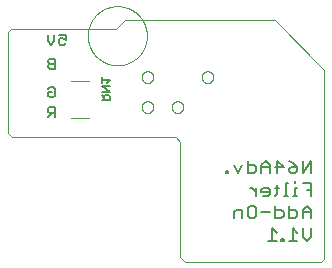
<source format=gbo>
G04 EAGLE Gerber RS-274X export*
G75*
%MOMM*%
%FSLAX34Y34*%
%LPD*%
%INseide unten*%
%IPPOS*%
%AMOC8*
5,1,8,0,0,1.08239X$1,22.5*%
G01*
%ADD10C,0.203200*%
%ADD11C,0.000000*%
%ADD12C,0.127000*%
%ADD13C,0.152400*%
%ADD14C,0.101600*%


D10*
X259334Y83566D02*
X259334Y94243D01*
X252216Y83566D01*
X252216Y94243D01*
X244081Y92464D02*
X240522Y94243D01*
X244081Y92464D02*
X247640Y88905D01*
X247640Y85346D01*
X245861Y83566D01*
X242301Y83566D01*
X240522Y85346D01*
X240522Y87125D01*
X242301Y88905D01*
X247640Y88905D01*
X230608Y94243D02*
X230608Y83566D01*
X235946Y88905D02*
X230608Y94243D01*
X228828Y88905D02*
X235946Y88905D01*
X224252Y90684D02*
X224252Y83566D01*
X224252Y90684D02*
X220693Y94243D01*
X217134Y90684D01*
X217134Y83566D01*
X217134Y88905D02*
X224252Y88905D01*
X205440Y94243D02*
X205440Y83566D01*
X210779Y83566D01*
X212558Y85346D01*
X212558Y88905D01*
X210779Y90684D01*
X205440Y90684D01*
X200864Y90684D02*
X197305Y83566D01*
X193746Y90684D01*
X189170Y85346D02*
X189170Y83566D01*
X189170Y85346D02*
X187391Y85346D01*
X187391Y83566D01*
X189170Y83566D01*
X259334Y75193D02*
X259334Y64516D01*
X259334Y75193D02*
X252216Y75193D01*
X255775Y69855D02*
X259334Y69855D01*
X247640Y71634D02*
X245861Y71634D01*
X245861Y64516D01*
X247640Y64516D02*
X244081Y64516D01*
X245861Y75193D02*
X245861Y76973D01*
X239844Y75193D02*
X238065Y75193D01*
X238065Y64516D01*
X239844Y64516D02*
X236285Y64516D01*
X230269Y66296D02*
X230269Y73414D01*
X230269Y66296D02*
X228489Y64516D01*
X228489Y71634D02*
X232048Y71634D01*
X222473Y64516D02*
X218914Y64516D01*
X222473Y64516D02*
X224252Y66296D01*
X224252Y69855D01*
X222473Y71634D01*
X218914Y71634D01*
X217134Y69855D01*
X217134Y68075D01*
X224252Y68075D01*
X212558Y64516D02*
X212558Y71634D01*
X212558Y68075D02*
X208999Y71634D01*
X207220Y71634D01*
X259334Y52584D02*
X259334Y45466D01*
X259334Y52584D02*
X255775Y56143D01*
X252216Y52584D01*
X252216Y45466D01*
X252216Y50805D02*
X259334Y50805D01*
X240522Y56143D02*
X240522Y45466D01*
X245861Y45466D01*
X247640Y47246D01*
X247640Y50805D01*
X245861Y52584D01*
X240522Y52584D01*
X228828Y56143D02*
X228828Y45466D01*
X234167Y45466D01*
X235946Y47246D01*
X235946Y50805D01*
X234167Y52584D01*
X228828Y52584D01*
X224252Y50805D02*
X217134Y50805D01*
X210779Y56143D02*
X207220Y56143D01*
X210779Y56143D02*
X212558Y54364D01*
X212558Y47246D01*
X210779Y45466D01*
X207220Y45466D01*
X205440Y47246D01*
X205440Y54364D01*
X207220Y56143D01*
X200864Y52584D02*
X200864Y45466D01*
X200864Y52584D02*
X195526Y52584D01*
X193746Y50805D01*
X193746Y45466D01*
X259334Y37093D02*
X259334Y29975D01*
X255775Y26416D01*
X252216Y29975D01*
X252216Y37093D01*
X247640Y33534D02*
X244081Y37093D01*
X244081Y26416D01*
X247640Y26416D02*
X240522Y26416D01*
X235946Y26416D02*
X235946Y28196D01*
X234167Y28196D01*
X234167Y26416D01*
X235946Y26416D01*
X230099Y33534D02*
X226540Y37093D01*
X226540Y26416D01*
X230099Y26416D02*
X222981Y26416D01*
D11*
X70200Y200100D02*
X70208Y200714D01*
X70230Y201327D01*
X70268Y201939D01*
X70320Y202550D01*
X70388Y203160D01*
X70471Y203768D01*
X70568Y204374D01*
X70680Y204977D01*
X70807Y205578D01*
X70949Y206175D01*
X71106Y206768D01*
X71276Y207357D01*
X71462Y207942D01*
X71661Y208522D01*
X71875Y209097D01*
X72103Y209667D01*
X72345Y210231D01*
X72600Y210789D01*
X72869Y211340D01*
X73152Y211885D01*
X73448Y212422D01*
X73757Y212953D01*
X74079Y213475D01*
X74413Y213989D01*
X74760Y214495D01*
X75120Y214992D01*
X75491Y215481D01*
X75875Y215960D01*
X76270Y216429D01*
X76676Y216889D01*
X77094Y217339D01*
X77522Y217778D01*
X77961Y218206D01*
X78411Y218624D01*
X78871Y219030D01*
X79340Y219425D01*
X79819Y219809D01*
X80308Y220180D01*
X80805Y220540D01*
X81311Y220887D01*
X81825Y221221D01*
X82347Y221543D01*
X82878Y221852D01*
X83415Y222148D01*
X83960Y222431D01*
X84511Y222700D01*
X85069Y222955D01*
X85633Y223197D01*
X86203Y223425D01*
X86778Y223639D01*
X87358Y223838D01*
X87943Y224024D01*
X88532Y224194D01*
X89125Y224351D01*
X89722Y224493D01*
X90323Y224620D01*
X90926Y224732D01*
X91532Y224829D01*
X92140Y224912D01*
X92750Y224980D01*
X93361Y225032D01*
X93973Y225070D01*
X94586Y225092D01*
X95200Y225100D01*
X95814Y225092D01*
X96427Y225070D01*
X97039Y225032D01*
X97650Y224980D01*
X98260Y224912D01*
X98868Y224829D01*
X99474Y224732D01*
X100077Y224620D01*
X100678Y224493D01*
X101275Y224351D01*
X101868Y224194D01*
X102457Y224024D01*
X103042Y223838D01*
X103622Y223639D01*
X104197Y223425D01*
X104767Y223197D01*
X105331Y222955D01*
X105889Y222700D01*
X106440Y222431D01*
X106985Y222148D01*
X107522Y221852D01*
X108053Y221543D01*
X108575Y221221D01*
X109089Y220887D01*
X109595Y220540D01*
X110092Y220180D01*
X110581Y219809D01*
X111060Y219425D01*
X111529Y219030D01*
X111989Y218624D01*
X112439Y218206D01*
X112878Y217778D01*
X113306Y217339D01*
X113724Y216889D01*
X114130Y216429D01*
X114525Y215960D01*
X114909Y215481D01*
X115280Y214992D01*
X115640Y214495D01*
X115987Y213989D01*
X116321Y213475D01*
X116643Y212953D01*
X116952Y212422D01*
X117248Y211885D01*
X117531Y211340D01*
X117800Y210789D01*
X118055Y210231D01*
X118297Y209667D01*
X118525Y209097D01*
X118739Y208522D01*
X118938Y207942D01*
X119124Y207357D01*
X119294Y206768D01*
X119451Y206175D01*
X119593Y205578D01*
X119720Y204977D01*
X119832Y204374D01*
X119929Y203768D01*
X120012Y203160D01*
X120080Y202550D01*
X120132Y201939D01*
X120170Y201327D01*
X120192Y200714D01*
X120200Y200100D01*
X120192Y199486D01*
X120170Y198873D01*
X120132Y198261D01*
X120080Y197650D01*
X120012Y197040D01*
X119929Y196432D01*
X119832Y195826D01*
X119720Y195223D01*
X119593Y194622D01*
X119451Y194025D01*
X119294Y193432D01*
X119124Y192843D01*
X118938Y192258D01*
X118739Y191678D01*
X118525Y191103D01*
X118297Y190533D01*
X118055Y189969D01*
X117800Y189411D01*
X117531Y188860D01*
X117248Y188315D01*
X116952Y187778D01*
X116643Y187247D01*
X116321Y186725D01*
X115987Y186211D01*
X115640Y185705D01*
X115280Y185208D01*
X114909Y184719D01*
X114525Y184240D01*
X114130Y183771D01*
X113724Y183311D01*
X113306Y182861D01*
X112878Y182422D01*
X112439Y181994D01*
X111989Y181576D01*
X111529Y181170D01*
X111060Y180775D01*
X110581Y180391D01*
X110092Y180020D01*
X109595Y179660D01*
X109089Y179313D01*
X108575Y178979D01*
X108053Y178657D01*
X107522Y178348D01*
X106985Y178052D01*
X106440Y177769D01*
X105889Y177500D01*
X105331Y177245D01*
X104767Y177003D01*
X104197Y176775D01*
X103622Y176561D01*
X103042Y176362D01*
X102457Y176176D01*
X101868Y176006D01*
X101275Y175849D01*
X100678Y175707D01*
X100077Y175580D01*
X99474Y175468D01*
X98868Y175371D01*
X98260Y175288D01*
X97650Y175220D01*
X97039Y175168D01*
X96427Y175130D01*
X95814Y175108D01*
X95200Y175100D01*
X94586Y175108D01*
X93973Y175130D01*
X93361Y175168D01*
X92750Y175220D01*
X92140Y175288D01*
X91532Y175371D01*
X90926Y175468D01*
X90323Y175580D01*
X89722Y175707D01*
X89125Y175849D01*
X88532Y176006D01*
X87943Y176176D01*
X87358Y176362D01*
X86778Y176561D01*
X86203Y176775D01*
X85633Y177003D01*
X85069Y177245D01*
X84511Y177500D01*
X83960Y177769D01*
X83415Y178052D01*
X82878Y178348D01*
X82347Y178657D01*
X81825Y178979D01*
X81311Y179313D01*
X80805Y179660D01*
X80308Y180020D01*
X79819Y180391D01*
X79340Y180775D01*
X78871Y181170D01*
X78411Y181576D01*
X77961Y181994D01*
X77522Y182422D01*
X77094Y182861D01*
X76676Y183311D01*
X76270Y183771D01*
X75875Y184240D01*
X75491Y184719D01*
X75120Y185208D01*
X74760Y185705D01*
X74413Y186211D01*
X74079Y186725D01*
X73757Y187247D01*
X73448Y187778D01*
X73152Y188315D01*
X72869Y188860D01*
X72600Y189411D01*
X72345Y189969D01*
X72103Y190533D01*
X71875Y191103D01*
X71661Y191678D01*
X71462Y192258D01*
X71276Y192843D01*
X71106Y193432D01*
X70949Y194025D01*
X70807Y194622D01*
X70680Y195223D01*
X70568Y195826D01*
X70471Y196432D01*
X70388Y197040D01*
X70320Y197650D01*
X70268Y198261D01*
X70230Y198873D01*
X70208Y199486D01*
X70200Y200100D01*
X144780Y114300D02*
X148590Y110490D01*
X148590Y12700D01*
X152400Y8890D01*
X267970Y8890D01*
X270510Y11430D01*
X270510Y171450D01*
X228600Y213360D01*
X5080Y205740D02*
X2540Y203200D01*
X2540Y118110D01*
X6350Y114300D01*
X144780Y114300D01*
D12*
X88779Y145415D02*
X81915Y145415D01*
X88779Y145415D02*
X88779Y148847D01*
X87635Y149991D01*
X85347Y149991D01*
X84203Y148847D01*
X84203Y145415D01*
X84203Y147703D02*
X81915Y149991D01*
X81915Y152899D02*
X88779Y152899D01*
X81915Y157475D01*
X88779Y157475D01*
X86491Y160383D02*
X88779Y162671D01*
X81915Y162671D01*
X81915Y160383D02*
X81915Y164959D01*
D13*
X42418Y140215D02*
X42418Y131572D01*
X42418Y140215D02*
X38096Y140215D01*
X36656Y138775D01*
X36656Y135894D01*
X38096Y134453D01*
X42418Y134453D01*
X39537Y134453D02*
X36656Y131572D01*
X36656Y155285D02*
X38096Y156725D01*
X40977Y156725D01*
X42418Y155285D01*
X42418Y149523D01*
X40977Y148082D01*
X38096Y148082D01*
X36656Y149523D01*
X36656Y152404D01*
X39537Y152404D01*
X42418Y172212D02*
X42418Y180855D01*
X38096Y180855D01*
X36656Y179415D01*
X36656Y177974D01*
X38096Y176534D01*
X36656Y175093D01*
X36656Y173653D01*
X38096Y172212D01*
X42418Y172212D01*
X42418Y176534D02*
X38096Y176534D01*
D11*
X101600Y213360D02*
X228600Y213360D01*
X101600Y213360D02*
X93980Y205740D01*
X5080Y205740D01*
D13*
X45546Y201175D02*
X51308Y201175D01*
X51308Y196854D01*
X48427Y198294D01*
X46986Y198294D01*
X45546Y196854D01*
X45546Y193973D01*
X46986Y192532D01*
X49867Y192532D01*
X51308Y193973D01*
X41953Y195413D02*
X41953Y201175D01*
X41953Y195413D02*
X39072Y192532D01*
X36191Y195413D01*
X36191Y201175D01*
D14*
X56000Y161550D02*
X71000Y161550D01*
X71000Y130550D02*
X56000Y130550D01*
D11*
X141050Y139700D02*
X141052Y139841D01*
X141058Y139982D01*
X141068Y140122D01*
X141082Y140262D01*
X141100Y140402D01*
X141121Y140541D01*
X141147Y140680D01*
X141176Y140818D01*
X141210Y140954D01*
X141247Y141090D01*
X141288Y141225D01*
X141333Y141359D01*
X141382Y141491D01*
X141434Y141622D01*
X141490Y141751D01*
X141550Y141878D01*
X141613Y142004D01*
X141679Y142128D01*
X141750Y142251D01*
X141823Y142371D01*
X141900Y142489D01*
X141980Y142605D01*
X142064Y142718D01*
X142150Y142829D01*
X142240Y142938D01*
X142333Y143044D01*
X142428Y143147D01*
X142527Y143248D01*
X142628Y143346D01*
X142732Y143441D01*
X142839Y143533D01*
X142948Y143622D01*
X143060Y143707D01*
X143174Y143790D01*
X143290Y143870D01*
X143409Y143946D01*
X143530Y144018D01*
X143652Y144088D01*
X143777Y144153D01*
X143903Y144216D01*
X144031Y144274D01*
X144161Y144329D01*
X144292Y144381D01*
X144425Y144428D01*
X144559Y144472D01*
X144694Y144513D01*
X144830Y144549D01*
X144967Y144581D01*
X145105Y144610D01*
X145243Y144635D01*
X145383Y144655D01*
X145523Y144672D01*
X145663Y144685D01*
X145804Y144694D01*
X145944Y144699D01*
X146085Y144700D01*
X146226Y144697D01*
X146367Y144690D01*
X146507Y144679D01*
X146647Y144664D01*
X146787Y144645D01*
X146926Y144623D01*
X147064Y144596D01*
X147202Y144566D01*
X147338Y144531D01*
X147474Y144493D01*
X147608Y144451D01*
X147742Y144405D01*
X147874Y144356D01*
X148004Y144302D01*
X148133Y144245D01*
X148260Y144185D01*
X148386Y144121D01*
X148509Y144053D01*
X148631Y143982D01*
X148751Y143908D01*
X148868Y143830D01*
X148983Y143749D01*
X149096Y143665D01*
X149207Y143578D01*
X149315Y143487D01*
X149420Y143394D01*
X149523Y143297D01*
X149623Y143198D01*
X149720Y143096D01*
X149814Y142991D01*
X149905Y142884D01*
X149993Y142774D01*
X150078Y142662D01*
X150160Y142547D01*
X150239Y142430D01*
X150314Y142311D01*
X150386Y142190D01*
X150454Y142067D01*
X150519Y141942D01*
X150581Y141815D01*
X150638Y141686D01*
X150693Y141556D01*
X150743Y141425D01*
X150790Y141292D01*
X150833Y141158D01*
X150872Y141022D01*
X150907Y140886D01*
X150939Y140749D01*
X150966Y140611D01*
X150990Y140472D01*
X151010Y140332D01*
X151026Y140192D01*
X151038Y140052D01*
X151046Y139911D01*
X151050Y139770D01*
X151050Y139630D01*
X151046Y139489D01*
X151038Y139348D01*
X151026Y139208D01*
X151010Y139068D01*
X150990Y138928D01*
X150966Y138789D01*
X150939Y138651D01*
X150907Y138514D01*
X150872Y138378D01*
X150833Y138242D01*
X150790Y138108D01*
X150743Y137975D01*
X150693Y137844D01*
X150638Y137714D01*
X150581Y137585D01*
X150519Y137458D01*
X150454Y137333D01*
X150386Y137210D01*
X150314Y137089D01*
X150239Y136970D01*
X150160Y136853D01*
X150078Y136738D01*
X149993Y136626D01*
X149905Y136516D01*
X149814Y136409D01*
X149720Y136304D01*
X149623Y136202D01*
X149523Y136103D01*
X149420Y136006D01*
X149315Y135913D01*
X149207Y135822D01*
X149096Y135735D01*
X148983Y135651D01*
X148868Y135570D01*
X148751Y135492D01*
X148631Y135418D01*
X148509Y135347D01*
X148386Y135279D01*
X148260Y135215D01*
X148133Y135155D01*
X148004Y135098D01*
X147874Y135044D01*
X147742Y134995D01*
X147608Y134949D01*
X147474Y134907D01*
X147338Y134869D01*
X147202Y134834D01*
X147064Y134804D01*
X146926Y134777D01*
X146787Y134755D01*
X146647Y134736D01*
X146507Y134721D01*
X146367Y134710D01*
X146226Y134703D01*
X146085Y134700D01*
X145944Y134701D01*
X145804Y134706D01*
X145663Y134715D01*
X145523Y134728D01*
X145383Y134745D01*
X145243Y134765D01*
X145105Y134790D01*
X144967Y134819D01*
X144830Y134851D01*
X144694Y134887D01*
X144559Y134928D01*
X144425Y134972D01*
X144292Y135019D01*
X144161Y135071D01*
X144031Y135126D01*
X143903Y135184D01*
X143777Y135247D01*
X143652Y135312D01*
X143530Y135382D01*
X143409Y135454D01*
X143290Y135530D01*
X143174Y135610D01*
X143060Y135693D01*
X142948Y135778D01*
X142839Y135867D01*
X142732Y135959D01*
X142628Y136054D01*
X142527Y136152D01*
X142428Y136253D01*
X142333Y136356D01*
X142240Y136462D01*
X142150Y136571D01*
X142064Y136682D01*
X141980Y136795D01*
X141900Y136911D01*
X141823Y137029D01*
X141750Y137149D01*
X141679Y137272D01*
X141613Y137396D01*
X141550Y137522D01*
X141490Y137649D01*
X141434Y137778D01*
X141382Y137909D01*
X141333Y138041D01*
X141288Y138175D01*
X141247Y138310D01*
X141210Y138446D01*
X141176Y138582D01*
X141147Y138720D01*
X141121Y138859D01*
X141100Y138998D01*
X141082Y139138D01*
X141068Y139278D01*
X141058Y139418D01*
X141052Y139559D01*
X141050Y139700D01*
X115650Y139700D02*
X115652Y139841D01*
X115658Y139982D01*
X115668Y140122D01*
X115682Y140262D01*
X115700Y140402D01*
X115721Y140541D01*
X115747Y140680D01*
X115776Y140818D01*
X115810Y140954D01*
X115847Y141090D01*
X115888Y141225D01*
X115933Y141359D01*
X115982Y141491D01*
X116034Y141622D01*
X116090Y141751D01*
X116150Y141878D01*
X116213Y142004D01*
X116279Y142128D01*
X116350Y142251D01*
X116423Y142371D01*
X116500Y142489D01*
X116580Y142605D01*
X116664Y142718D01*
X116750Y142829D01*
X116840Y142938D01*
X116933Y143044D01*
X117028Y143147D01*
X117127Y143248D01*
X117228Y143346D01*
X117332Y143441D01*
X117439Y143533D01*
X117548Y143622D01*
X117660Y143707D01*
X117774Y143790D01*
X117890Y143870D01*
X118009Y143946D01*
X118130Y144018D01*
X118252Y144088D01*
X118377Y144153D01*
X118503Y144216D01*
X118631Y144274D01*
X118761Y144329D01*
X118892Y144381D01*
X119025Y144428D01*
X119159Y144472D01*
X119294Y144513D01*
X119430Y144549D01*
X119567Y144581D01*
X119705Y144610D01*
X119843Y144635D01*
X119983Y144655D01*
X120123Y144672D01*
X120263Y144685D01*
X120404Y144694D01*
X120544Y144699D01*
X120685Y144700D01*
X120826Y144697D01*
X120967Y144690D01*
X121107Y144679D01*
X121247Y144664D01*
X121387Y144645D01*
X121526Y144623D01*
X121664Y144596D01*
X121802Y144566D01*
X121938Y144531D01*
X122074Y144493D01*
X122208Y144451D01*
X122342Y144405D01*
X122474Y144356D01*
X122604Y144302D01*
X122733Y144245D01*
X122860Y144185D01*
X122986Y144121D01*
X123109Y144053D01*
X123231Y143982D01*
X123351Y143908D01*
X123468Y143830D01*
X123583Y143749D01*
X123696Y143665D01*
X123807Y143578D01*
X123915Y143487D01*
X124020Y143394D01*
X124123Y143297D01*
X124223Y143198D01*
X124320Y143096D01*
X124414Y142991D01*
X124505Y142884D01*
X124593Y142774D01*
X124678Y142662D01*
X124760Y142547D01*
X124839Y142430D01*
X124914Y142311D01*
X124986Y142190D01*
X125054Y142067D01*
X125119Y141942D01*
X125181Y141815D01*
X125238Y141686D01*
X125293Y141556D01*
X125343Y141425D01*
X125390Y141292D01*
X125433Y141158D01*
X125472Y141022D01*
X125507Y140886D01*
X125539Y140749D01*
X125566Y140611D01*
X125590Y140472D01*
X125610Y140332D01*
X125626Y140192D01*
X125638Y140052D01*
X125646Y139911D01*
X125650Y139770D01*
X125650Y139630D01*
X125646Y139489D01*
X125638Y139348D01*
X125626Y139208D01*
X125610Y139068D01*
X125590Y138928D01*
X125566Y138789D01*
X125539Y138651D01*
X125507Y138514D01*
X125472Y138378D01*
X125433Y138242D01*
X125390Y138108D01*
X125343Y137975D01*
X125293Y137844D01*
X125238Y137714D01*
X125181Y137585D01*
X125119Y137458D01*
X125054Y137333D01*
X124986Y137210D01*
X124914Y137089D01*
X124839Y136970D01*
X124760Y136853D01*
X124678Y136738D01*
X124593Y136626D01*
X124505Y136516D01*
X124414Y136409D01*
X124320Y136304D01*
X124223Y136202D01*
X124123Y136103D01*
X124020Y136006D01*
X123915Y135913D01*
X123807Y135822D01*
X123696Y135735D01*
X123583Y135651D01*
X123468Y135570D01*
X123351Y135492D01*
X123231Y135418D01*
X123109Y135347D01*
X122986Y135279D01*
X122860Y135215D01*
X122733Y135155D01*
X122604Y135098D01*
X122474Y135044D01*
X122342Y134995D01*
X122208Y134949D01*
X122074Y134907D01*
X121938Y134869D01*
X121802Y134834D01*
X121664Y134804D01*
X121526Y134777D01*
X121387Y134755D01*
X121247Y134736D01*
X121107Y134721D01*
X120967Y134710D01*
X120826Y134703D01*
X120685Y134700D01*
X120544Y134701D01*
X120404Y134706D01*
X120263Y134715D01*
X120123Y134728D01*
X119983Y134745D01*
X119843Y134765D01*
X119705Y134790D01*
X119567Y134819D01*
X119430Y134851D01*
X119294Y134887D01*
X119159Y134928D01*
X119025Y134972D01*
X118892Y135019D01*
X118761Y135071D01*
X118631Y135126D01*
X118503Y135184D01*
X118377Y135247D01*
X118252Y135312D01*
X118130Y135382D01*
X118009Y135454D01*
X117890Y135530D01*
X117774Y135610D01*
X117660Y135693D01*
X117548Y135778D01*
X117439Y135867D01*
X117332Y135959D01*
X117228Y136054D01*
X117127Y136152D01*
X117028Y136253D01*
X116933Y136356D01*
X116840Y136462D01*
X116750Y136571D01*
X116664Y136682D01*
X116580Y136795D01*
X116500Y136911D01*
X116423Y137029D01*
X116350Y137149D01*
X116279Y137272D01*
X116213Y137396D01*
X116150Y137522D01*
X116090Y137649D01*
X116034Y137778D01*
X115982Y137909D01*
X115933Y138041D01*
X115888Y138175D01*
X115847Y138310D01*
X115810Y138446D01*
X115776Y138582D01*
X115747Y138720D01*
X115721Y138859D01*
X115700Y138998D01*
X115682Y139138D01*
X115668Y139278D01*
X115658Y139418D01*
X115652Y139559D01*
X115650Y139700D01*
X115650Y165100D02*
X115652Y165241D01*
X115658Y165382D01*
X115668Y165522D01*
X115682Y165662D01*
X115700Y165802D01*
X115721Y165941D01*
X115747Y166080D01*
X115776Y166218D01*
X115810Y166354D01*
X115847Y166490D01*
X115888Y166625D01*
X115933Y166759D01*
X115982Y166891D01*
X116034Y167022D01*
X116090Y167151D01*
X116150Y167278D01*
X116213Y167404D01*
X116279Y167528D01*
X116350Y167651D01*
X116423Y167771D01*
X116500Y167889D01*
X116580Y168005D01*
X116664Y168118D01*
X116750Y168229D01*
X116840Y168338D01*
X116933Y168444D01*
X117028Y168547D01*
X117127Y168648D01*
X117228Y168746D01*
X117332Y168841D01*
X117439Y168933D01*
X117548Y169022D01*
X117660Y169107D01*
X117774Y169190D01*
X117890Y169270D01*
X118009Y169346D01*
X118130Y169418D01*
X118252Y169488D01*
X118377Y169553D01*
X118503Y169616D01*
X118631Y169674D01*
X118761Y169729D01*
X118892Y169781D01*
X119025Y169828D01*
X119159Y169872D01*
X119294Y169913D01*
X119430Y169949D01*
X119567Y169981D01*
X119705Y170010D01*
X119843Y170035D01*
X119983Y170055D01*
X120123Y170072D01*
X120263Y170085D01*
X120404Y170094D01*
X120544Y170099D01*
X120685Y170100D01*
X120826Y170097D01*
X120967Y170090D01*
X121107Y170079D01*
X121247Y170064D01*
X121387Y170045D01*
X121526Y170023D01*
X121664Y169996D01*
X121802Y169966D01*
X121938Y169931D01*
X122074Y169893D01*
X122208Y169851D01*
X122342Y169805D01*
X122474Y169756D01*
X122604Y169702D01*
X122733Y169645D01*
X122860Y169585D01*
X122986Y169521D01*
X123109Y169453D01*
X123231Y169382D01*
X123351Y169308D01*
X123468Y169230D01*
X123583Y169149D01*
X123696Y169065D01*
X123807Y168978D01*
X123915Y168887D01*
X124020Y168794D01*
X124123Y168697D01*
X124223Y168598D01*
X124320Y168496D01*
X124414Y168391D01*
X124505Y168284D01*
X124593Y168174D01*
X124678Y168062D01*
X124760Y167947D01*
X124839Y167830D01*
X124914Y167711D01*
X124986Y167590D01*
X125054Y167467D01*
X125119Y167342D01*
X125181Y167215D01*
X125238Y167086D01*
X125293Y166956D01*
X125343Y166825D01*
X125390Y166692D01*
X125433Y166558D01*
X125472Y166422D01*
X125507Y166286D01*
X125539Y166149D01*
X125566Y166011D01*
X125590Y165872D01*
X125610Y165732D01*
X125626Y165592D01*
X125638Y165452D01*
X125646Y165311D01*
X125650Y165170D01*
X125650Y165030D01*
X125646Y164889D01*
X125638Y164748D01*
X125626Y164608D01*
X125610Y164468D01*
X125590Y164328D01*
X125566Y164189D01*
X125539Y164051D01*
X125507Y163914D01*
X125472Y163778D01*
X125433Y163642D01*
X125390Y163508D01*
X125343Y163375D01*
X125293Y163244D01*
X125238Y163114D01*
X125181Y162985D01*
X125119Y162858D01*
X125054Y162733D01*
X124986Y162610D01*
X124914Y162489D01*
X124839Y162370D01*
X124760Y162253D01*
X124678Y162138D01*
X124593Y162026D01*
X124505Y161916D01*
X124414Y161809D01*
X124320Y161704D01*
X124223Y161602D01*
X124123Y161503D01*
X124020Y161406D01*
X123915Y161313D01*
X123807Y161222D01*
X123696Y161135D01*
X123583Y161051D01*
X123468Y160970D01*
X123351Y160892D01*
X123231Y160818D01*
X123109Y160747D01*
X122986Y160679D01*
X122860Y160615D01*
X122733Y160555D01*
X122604Y160498D01*
X122474Y160444D01*
X122342Y160395D01*
X122208Y160349D01*
X122074Y160307D01*
X121938Y160269D01*
X121802Y160234D01*
X121664Y160204D01*
X121526Y160177D01*
X121387Y160155D01*
X121247Y160136D01*
X121107Y160121D01*
X120967Y160110D01*
X120826Y160103D01*
X120685Y160100D01*
X120544Y160101D01*
X120404Y160106D01*
X120263Y160115D01*
X120123Y160128D01*
X119983Y160145D01*
X119843Y160165D01*
X119705Y160190D01*
X119567Y160219D01*
X119430Y160251D01*
X119294Y160287D01*
X119159Y160328D01*
X119025Y160372D01*
X118892Y160419D01*
X118761Y160471D01*
X118631Y160526D01*
X118503Y160584D01*
X118377Y160647D01*
X118252Y160712D01*
X118130Y160782D01*
X118009Y160854D01*
X117890Y160930D01*
X117774Y161010D01*
X117660Y161093D01*
X117548Y161178D01*
X117439Y161267D01*
X117332Y161359D01*
X117228Y161454D01*
X117127Y161552D01*
X117028Y161653D01*
X116933Y161756D01*
X116840Y161862D01*
X116750Y161971D01*
X116664Y162082D01*
X116580Y162195D01*
X116500Y162311D01*
X116423Y162429D01*
X116350Y162549D01*
X116279Y162672D01*
X116213Y162796D01*
X116150Y162922D01*
X116090Y163049D01*
X116034Y163178D01*
X115982Y163309D01*
X115933Y163441D01*
X115888Y163575D01*
X115847Y163710D01*
X115810Y163846D01*
X115776Y163982D01*
X115747Y164120D01*
X115721Y164259D01*
X115700Y164398D01*
X115682Y164538D01*
X115668Y164678D01*
X115658Y164818D01*
X115652Y164959D01*
X115650Y165100D01*
X166450Y165100D02*
X166452Y165241D01*
X166458Y165382D01*
X166468Y165522D01*
X166482Y165662D01*
X166500Y165802D01*
X166521Y165941D01*
X166547Y166080D01*
X166576Y166218D01*
X166610Y166354D01*
X166647Y166490D01*
X166688Y166625D01*
X166733Y166759D01*
X166782Y166891D01*
X166834Y167022D01*
X166890Y167151D01*
X166950Y167278D01*
X167013Y167404D01*
X167079Y167528D01*
X167150Y167651D01*
X167223Y167771D01*
X167300Y167889D01*
X167380Y168005D01*
X167464Y168118D01*
X167550Y168229D01*
X167640Y168338D01*
X167733Y168444D01*
X167828Y168547D01*
X167927Y168648D01*
X168028Y168746D01*
X168132Y168841D01*
X168239Y168933D01*
X168348Y169022D01*
X168460Y169107D01*
X168574Y169190D01*
X168690Y169270D01*
X168809Y169346D01*
X168930Y169418D01*
X169052Y169488D01*
X169177Y169553D01*
X169303Y169616D01*
X169431Y169674D01*
X169561Y169729D01*
X169692Y169781D01*
X169825Y169828D01*
X169959Y169872D01*
X170094Y169913D01*
X170230Y169949D01*
X170367Y169981D01*
X170505Y170010D01*
X170643Y170035D01*
X170783Y170055D01*
X170923Y170072D01*
X171063Y170085D01*
X171204Y170094D01*
X171344Y170099D01*
X171485Y170100D01*
X171626Y170097D01*
X171767Y170090D01*
X171907Y170079D01*
X172047Y170064D01*
X172187Y170045D01*
X172326Y170023D01*
X172464Y169996D01*
X172602Y169966D01*
X172738Y169931D01*
X172874Y169893D01*
X173008Y169851D01*
X173142Y169805D01*
X173274Y169756D01*
X173404Y169702D01*
X173533Y169645D01*
X173660Y169585D01*
X173786Y169521D01*
X173909Y169453D01*
X174031Y169382D01*
X174151Y169308D01*
X174268Y169230D01*
X174383Y169149D01*
X174496Y169065D01*
X174607Y168978D01*
X174715Y168887D01*
X174820Y168794D01*
X174923Y168697D01*
X175023Y168598D01*
X175120Y168496D01*
X175214Y168391D01*
X175305Y168284D01*
X175393Y168174D01*
X175478Y168062D01*
X175560Y167947D01*
X175639Y167830D01*
X175714Y167711D01*
X175786Y167590D01*
X175854Y167467D01*
X175919Y167342D01*
X175981Y167215D01*
X176038Y167086D01*
X176093Y166956D01*
X176143Y166825D01*
X176190Y166692D01*
X176233Y166558D01*
X176272Y166422D01*
X176307Y166286D01*
X176339Y166149D01*
X176366Y166011D01*
X176390Y165872D01*
X176410Y165732D01*
X176426Y165592D01*
X176438Y165452D01*
X176446Y165311D01*
X176450Y165170D01*
X176450Y165030D01*
X176446Y164889D01*
X176438Y164748D01*
X176426Y164608D01*
X176410Y164468D01*
X176390Y164328D01*
X176366Y164189D01*
X176339Y164051D01*
X176307Y163914D01*
X176272Y163778D01*
X176233Y163642D01*
X176190Y163508D01*
X176143Y163375D01*
X176093Y163244D01*
X176038Y163114D01*
X175981Y162985D01*
X175919Y162858D01*
X175854Y162733D01*
X175786Y162610D01*
X175714Y162489D01*
X175639Y162370D01*
X175560Y162253D01*
X175478Y162138D01*
X175393Y162026D01*
X175305Y161916D01*
X175214Y161809D01*
X175120Y161704D01*
X175023Y161602D01*
X174923Y161503D01*
X174820Y161406D01*
X174715Y161313D01*
X174607Y161222D01*
X174496Y161135D01*
X174383Y161051D01*
X174268Y160970D01*
X174151Y160892D01*
X174031Y160818D01*
X173909Y160747D01*
X173786Y160679D01*
X173660Y160615D01*
X173533Y160555D01*
X173404Y160498D01*
X173274Y160444D01*
X173142Y160395D01*
X173008Y160349D01*
X172874Y160307D01*
X172738Y160269D01*
X172602Y160234D01*
X172464Y160204D01*
X172326Y160177D01*
X172187Y160155D01*
X172047Y160136D01*
X171907Y160121D01*
X171767Y160110D01*
X171626Y160103D01*
X171485Y160100D01*
X171344Y160101D01*
X171204Y160106D01*
X171063Y160115D01*
X170923Y160128D01*
X170783Y160145D01*
X170643Y160165D01*
X170505Y160190D01*
X170367Y160219D01*
X170230Y160251D01*
X170094Y160287D01*
X169959Y160328D01*
X169825Y160372D01*
X169692Y160419D01*
X169561Y160471D01*
X169431Y160526D01*
X169303Y160584D01*
X169177Y160647D01*
X169052Y160712D01*
X168930Y160782D01*
X168809Y160854D01*
X168690Y160930D01*
X168574Y161010D01*
X168460Y161093D01*
X168348Y161178D01*
X168239Y161267D01*
X168132Y161359D01*
X168028Y161454D01*
X167927Y161552D01*
X167828Y161653D01*
X167733Y161756D01*
X167640Y161862D01*
X167550Y161971D01*
X167464Y162082D01*
X167380Y162195D01*
X167300Y162311D01*
X167223Y162429D01*
X167150Y162549D01*
X167079Y162672D01*
X167013Y162796D01*
X166950Y162922D01*
X166890Y163049D01*
X166834Y163178D01*
X166782Y163309D01*
X166733Y163441D01*
X166688Y163575D01*
X166647Y163710D01*
X166610Y163846D01*
X166576Y163982D01*
X166547Y164120D01*
X166521Y164259D01*
X166500Y164398D01*
X166482Y164538D01*
X166468Y164678D01*
X166458Y164818D01*
X166452Y164959D01*
X166450Y165100D01*
M02*

</source>
